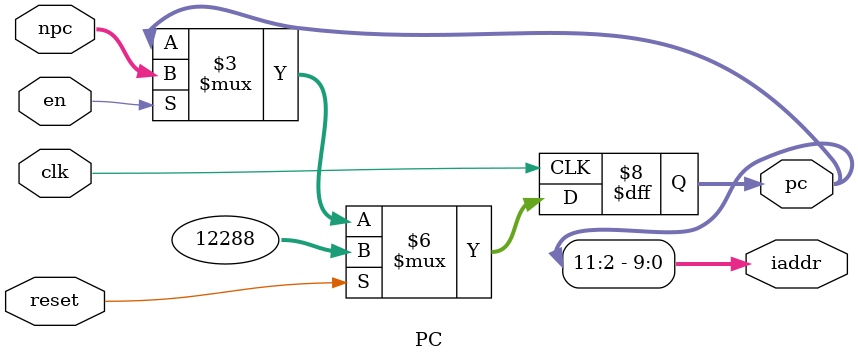
<source format=v>
`timescale 1ns / 1ps
module PC(
    input [31:0] npc,
    input en,
    input clk,
    input reset,
    output [11:2] iaddr,
    output reg [31:0] pc
    );
	 
	 assign iaddr=pc[11:2];
	 initial begin
		pc<=32'h0000_3000;
	 end
	 always@(posedge clk)begin
		if(reset)begin
			pc<=32'h0000_3000;
		end
		else if(en)begin
			pc<=npc;
		end
	 end

endmodule

</source>
